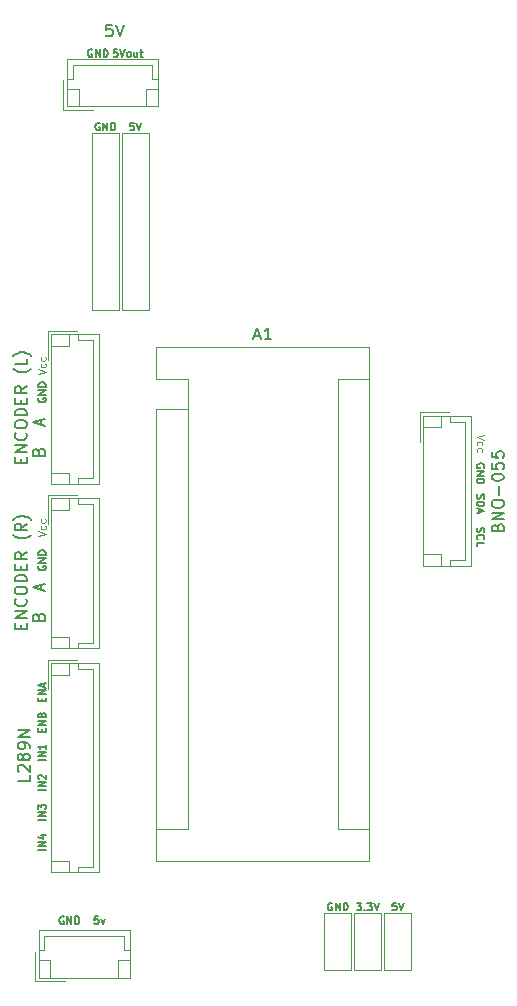
<source format=gbr>
G04 #@! TF.GenerationSoftware,KiCad,Pcbnew,(5.1.4)-1*
G04 #@! TF.CreationDate,2020-02-11T18:39:35-06:00*
G04 #@! TF.ProjectId,ArduinoBreakoutboardControl,41726475-696e-46f4-9272-65616b6f7574,rev?*
G04 #@! TF.SameCoordinates,Original*
G04 #@! TF.FileFunction,Legend,Top*
G04 #@! TF.FilePolarity,Positive*
%FSLAX46Y46*%
G04 Gerber Fmt 4.6, Leading zero omitted, Abs format (unit mm)*
G04 Created by KiCad (PCBNEW (5.1.4)-1) date 2020-02-11 18:39:35*
%MOMM*%
%LPD*%
G04 APERTURE LIST*
%ADD10C,0.150000*%
%ADD11C,0.125000*%
%ADD12C,0.120000*%
G04 APERTURE END LIST*
D10*
X137311190Y-42608500D02*
X137250714Y-42578261D01*
X137160000Y-42578261D01*
X137069285Y-42608500D01*
X137008809Y-42668976D01*
X136978571Y-42729452D01*
X136948333Y-42850404D01*
X136948333Y-42941119D01*
X136978571Y-43062071D01*
X137008809Y-43122547D01*
X137069285Y-43183023D01*
X137160000Y-43213261D01*
X137220476Y-43213261D01*
X137311190Y-43183023D01*
X137341428Y-43152785D01*
X137341428Y-42941119D01*
X137220476Y-42941119D01*
X137613571Y-43213261D02*
X137613571Y-42578261D01*
X137976428Y-43213261D01*
X137976428Y-42578261D01*
X138278809Y-43213261D02*
X138278809Y-42578261D01*
X138430000Y-42578261D01*
X138520714Y-42608500D01*
X138581190Y-42668976D01*
X138611428Y-42729452D01*
X138641666Y-42850404D01*
X138641666Y-42941119D01*
X138611428Y-43062071D01*
X138581190Y-43122547D01*
X138520714Y-43183023D01*
X138430000Y-43213261D01*
X138278809Y-43213261D01*
X139458095Y-42578261D02*
X139155714Y-42578261D01*
X139125476Y-42880642D01*
X139155714Y-42850404D01*
X139216190Y-42820166D01*
X139367380Y-42820166D01*
X139427857Y-42850404D01*
X139458095Y-42880642D01*
X139488333Y-42941119D01*
X139488333Y-43092309D01*
X139458095Y-43152785D01*
X139427857Y-43183023D01*
X139367380Y-43213261D01*
X139216190Y-43213261D01*
X139155714Y-43183023D01*
X139125476Y-43152785D01*
X139669761Y-42578261D02*
X139881428Y-43213261D01*
X140093095Y-42578261D01*
X140395476Y-43213261D02*
X140335000Y-43183023D01*
X140304761Y-43152785D01*
X140274523Y-43092309D01*
X140274523Y-42910880D01*
X140304761Y-42850404D01*
X140335000Y-42820166D01*
X140395476Y-42789928D01*
X140486190Y-42789928D01*
X140546666Y-42820166D01*
X140576904Y-42850404D01*
X140607142Y-42910880D01*
X140607142Y-43092309D01*
X140576904Y-43152785D01*
X140546666Y-43183023D01*
X140486190Y-43213261D01*
X140395476Y-43213261D01*
X141151428Y-42789928D02*
X141151428Y-43213261D01*
X140879285Y-42789928D02*
X140879285Y-43122547D01*
X140909523Y-43183023D01*
X140970000Y-43213261D01*
X141060714Y-43213261D01*
X141121190Y-43183023D01*
X141151428Y-43152785D01*
X141363095Y-42789928D02*
X141605000Y-42789928D01*
X141453809Y-42578261D02*
X141453809Y-43122547D01*
X141484047Y-43183023D01*
X141544523Y-43213261D01*
X141605000Y-43213261D01*
X169922976Y-83064047D02*
X169892738Y-83154761D01*
X169892738Y-83305952D01*
X169922976Y-83366428D01*
X169953214Y-83396666D01*
X170013690Y-83426904D01*
X170074166Y-83426904D01*
X170134642Y-83396666D01*
X170164880Y-83366428D01*
X170195119Y-83305952D01*
X170225357Y-83185000D01*
X170255595Y-83124523D01*
X170285833Y-83094285D01*
X170346309Y-83064047D01*
X170406785Y-83064047D01*
X170467261Y-83094285D01*
X170497500Y-83124523D01*
X170527738Y-83185000D01*
X170527738Y-83336190D01*
X170497500Y-83426904D01*
X169953214Y-84061904D02*
X169922976Y-84031666D01*
X169892738Y-83940952D01*
X169892738Y-83880476D01*
X169922976Y-83789761D01*
X169983452Y-83729285D01*
X170043928Y-83699047D01*
X170164880Y-83668809D01*
X170255595Y-83668809D01*
X170376547Y-83699047D01*
X170437023Y-83729285D01*
X170497500Y-83789761D01*
X170527738Y-83880476D01*
X170527738Y-83940952D01*
X170497500Y-84031666D01*
X170467261Y-84061904D01*
X169892738Y-84636428D02*
X169892738Y-84334047D01*
X170527738Y-84334047D01*
X169922976Y-80254928D02*
X169892738Y-80345642D01*
X169892738Y-80496833D01*
X169922976Y-80557309D01*
X169953214Y-80587547D01*
X170013690Y-80617785D01*
X170074166Y-80617785D01*
X170134642Y-80587547D01*
X170164880Y-80557309D01*
X170195119Y-80496833D01*
X170225357Y-80375880D01*
X170255595Y-80315404D01*
X170285833Y-80285166D01*
X170346309Y-80254928D01*
X170406785Y-80254928D01*
X170467261Y-80285166D01*
X170497500Y-80315404D01*
X170527738Y-80375880D01*
X170527738Y-80527071D01*
X170497500Y-80617785D01*
X169892738Y-80889928D02*
X170527738Y-80889928D01*
X170527738Y-81041119D01*
X170497500Y-81131833D01*
X170437023Y-81192309D01*
X170376547Y-81222547D01*
X170255595Y-81252785D01*
X170164880Y-81252785D01*
X170043928Y-81222547D01*
X169983452Y-81192309D01*
X169922976Y-81131833D01*
X169892738Y-81041119D01*
X169892738Y-80889928D01*
X170074166Y-81494690D02*
X170074166Y-81797071D01*
X169892738Y-81434214D02*
X170527738Y-81645880D01*
X169892738Y-81857547D01*
X132770571Y-76636571D02*
X132818190Y-76493714D01*
X132865809Y-76446095D01*
X132961047Y-76398476D01*
X133103904Y-76398476D01*
X133199142Y-76446095D01*
X133246761Y-76493714D01*
X133294380Y-76588952D01*
X133294380Y-76969904D01*
X132294380Y-76969904D01*
X132294380Y-76636571D01*
X132342000Y-76541333D01*
X132389619Y-76493714D01*
X132484857Y-76446095D01*
X132580095Y-76446095D01*
X132675333Y-76493714D01*
X132722952Y-76541333D01*
X132770571Y-76636571D01*
X132770571Y-76969904D01*
X133008666Y-74406095D02*
X133008666Y-73929904D01*
X133294380Y-74501333D02*
X132294380Y-74168000D01*
X133294380Y-73834666D01*
X132770571Y-90606571D02*
X132818190Y-90463714D01*
X132865809Y-90416095D01*
X132961047Y-90368476D01*
X133103904Y-90368476D01*
X133199142Y-90416095D01*
X133246761Y-90463714D01*
X133294380Y-90558952D01*
X133294380Y-90939904D01*
X132294380Y-90939904D01*
X132294380Y-90606571D01*
X132342000Y-90511333D01*
X132389619Y-90463714D01*
X132484857Y-90416095D01*
X132580095Y-90416095D01*
X132675333Y-90463714D01*
X132722952Y-90511333D01*
X132770571Y-90606571D01*
X132770571Y-90939904D01*
X133008666Y-88376095D02*
X133008666Y-87899904D01*
X133294380Y-88471333D02*
X132294380Y-88138000D01*
X133294380Y-87804666D01*
X133383261Y-110363000D02*
X132748261Y-110363000D01*
X133383261Y-110060619D02*
X132748261Y-110060619D01*
X133383261Y-109697761D01*
X132748261Y-109697761D01*
X132959928Y-109123238D02*
X133383261Y-109123238D01*
X132718023Y-109274428D02*
X133171595Y-109425619D01*
X133171595Y-109032523D01*
X133383261Y-107823000D02*
X132748261Y-107823000D01*
X133383261Y-107520619D02*
X132748261Y-107520619D01*
X133383261Y-107157761D01*
X132748261Y-107157761D01*
X132748261Y-106915857D02*
X132748261Y-106522761D01*
X132990166Y-106734428D01*
X132990166Y-106643714D01*
X133020404Y-106583238D01*
X133050642Y-106553000D01*
X133111119Y-106522761D01*
X133262309Y-106522761D01*
X133322785Y-106553000D01*
X133353023Y-106583238D01*
X133383261Y-106643714D01*
X133383261Y-106825142D01*
X133353023Y-106885619D01*
X133322785Y-106915857D01*
X133383261Y-105283000D02*
X132748261Y-105283000D01*
X133383261Y-104980619D02*
X132748261Y-104980619D01*
X133383261Y-104617761D01*
X132748261Y-104617761D01*
X132808738Y-104345619D02*
X132778500Y-104315380D01*
X132748261Y-104254904D01*
X132748261Y-104103714D01*
X132778500Y-104043238D01*
X132808738Y-104013000D01*
X132869214Y-103982761D01*
X132929690Y-103982761D01*
X133020404Y-104013000D01*
X133383261Y-104375857D01*
X133383261Y-103982761D01*
X133383261Y-102743000D02*
X132748261Y-102743000D01*
X133383261Y-102440619D02*
X132748261Y-102440619D01*
X133383261Y-102077761D01*
X132748261Y-102077761D01*
X133383261Y-101442761D02*
X133383261Y-101805619D01*
X133383261Y-101624190D02*
X132748261Y-101624190D01*
X132838976Y-101684666D01*
X132899452Y-101745142D01*
X132929690Y-101805619D01*
X133050642Y-100354190D02*
X133050642Y-100142523D01*
X133383261Y-100051809D02*
X133383261Y-100354190D01*
X132748261Y-100354190D01*
X132748261Y-100051809D01*
X133383261Y-99779666D02*
X132748261Y-99779666D01*
X133383261Y-99416809D01*
X132748261Y-99416809D01*
X133050642Y-98902761D02*
X133080880Y-98812047D01*
X133111119Y-98781809D01*
X133171595Y-98751571D01*
X133262309Y-98751571D01*
X133322785Y-98781809D01*
X133353023Y-98812047D01*
X133383261Y-98872523D01*
X133383261Y-99114428D01*
X132748261Y-99114428D01*
X132748261Y-98902761D01*
X132778500Y-98842285D01*
X132808738Y-98812047D01*
X132869214Y-98781809D01*
X132929690Y-98781809D01*
X132990166Y-98812047D01*
X133020404Y-98842285D01*
X133050642Y-98902761D01*
X133050642Y-99114428D01*
X133050642Y-97768833D02*
X133050642Y-97557166D01*
X133383261Y-97466452D02*
X133383261Y-97768833D01*
X132748261Y-97768833D01*
X132748261Y-97466452D01*
X133383261Y-97194309D02*
X132748261Y-97194309D01*
X133383261Y-96831452D01*
X132748261Y-96831452D01*
X133201833Y-96559309D02*
X133201833Y-96256928D01*
X133383261Y-96619785D02*
X132748261Y-96408119D01*
X133383261Y-96196452D01*
D11*
X132748261Y-83813952D02*
X133383261Y-83602285D01*
X132748261Y-83390619D01*
X133353023Y-82906809D02*
X133383261Y-82967285D01*
X133383261Y-83088238D01*
X133353023Y-83148714D01*
X133322785Y-83178952D01*
X133262309Y-83209190D01*
X133080880Y-83209190D01*
X133020404Y-83178952D01*
X132990166Y-83148714D01*
X132959928Y-83088238D01*
X132959928Y-82967285D01*
X132990166Y-82906809D01*
X133353023Y-82362523D02*
X133383261Y-82423000D01*
X133383261Y-82543952D01*
X133353023Y-82604428D01*
X133322785Y-82634666D01*
X133262309Y-82664904D01*
X133080880Y-82664904D01*
X133020404Y-82634666D01*
X132990166Y-82604428D01*
X132959928Y-82543952D01*
X132959928Y-82423000D01*
X132990166Y-82362523D01*
X132748261Y-70097952D02*
X133383261Y-69886285D01*
X132748261Y-69674619D01*
X133353023Y-69190809D02*
X133383261Y-69251285D01*
X133383261Y-69372238D01*
X133353023Y-69432714D01*
X133322785Y-69462952D01*
X133262309Y-69493190D01*
X133080880Y-69493190D01*
X133020404Y-69462952D01*
X132990166Y-69432714D01*
X132959928Y-69372238D01*
X132959928Y-69251285D01*
X132990166Y-69190809D01*
X133353023Y-68646523D02*
X133383261Y-68707000D01*
X133383261Y-68827952D01*
X133353023Y-68888428D01*
X133322785Y-68918666D01*
X133262309Y-68948904D01*
X133080880Y-68948904D01*
X133020404Y-68918666D01*
X132990166Y-68888428D01*
X132959928Y-68827952D01*
X132959928Y-68707000D01*
X132990166Y-68646523D01*
X170527738Y-75190047D02*
X169892738Y-75401714D01*
X170527738Y-75613380D01*
X169922976Y-76097190D02*
X169892738Y-76036714D01*
X169892738Y-75915761D01*
X169922976Y-75855285D01*
X169953214Y-75825047D01*
X170013690Y-75794809D01*
X170195119Y-75794809D01*
X170255595Y-75825047D01*
X170285833Y-75855285D01*
X170316071Y-75915761D01*
X170316071Y-76036714D01*
X170285833Y-76097190D01*
X169922976Y-76641476D02*
X169892738Y-76581000D01*
X169892738Y-76460047D01*
X169922976Y-76399571D01*
X169953214Y-76369333D01*
X170013690Y-76339095D01*
X170195119Y-76339095D01*
X170255595Y-76369333D01*
X170285833Y-76399571D01*
X170316071Y-76460047D01*
X170316071Y-76581000D01*
X170285833Y-76641476D01*
D10*
X170497500Y-78002190D02*
X170527738Y-77941714D01*
X170527738Y-77851000D01*
X170497500Y-77760285D01*
X170437023Y-77699809D01*
X170376547Y-77669571D01*
X170255595Y-77639333D01*
X170164880Y-77639333D01*
X170043928Y-77669571D01*
X169983452Y-77699809D01*
X169922976Y-77760285D01*
X169892738Y-77851000D01*
X169892738Y-77911476D01*
X169922976Y-78002190D01*
X169953214Y-78032428D01*
X170164880Y-78032428D01*
X170164880Y-77911476D01*
X169892738Y-78304571D02*
X170527738Y-78304571D01*
X169892738Y-78667428D01*
X170527738Y-78667428D01*
X169892738Y-78969809D02*
X170527738Y-78969809D01*
X170527738Y-79121000D01*
X170497500Y-79211714D01*
X170437023Y-79272190D01*
X170376547Y-79302428D01*
X170255595Y-79332666D01*
X170164880Y-79332666D01*
X170043928Y-79302428D01*
X169983452Y-79272190D01*
X169922976Y-79211714D01*
X169892738Y-79121000D01*
X169892738Y-78969809D01*
X134898190Y-116014500D02*
X134837714Y-115984261D01*
X134747000Y-115984261D01*
X134656285Y-116014500D01*
X134595809Y-116074976D01*
X134565571Y-116135452D01*
X134535333Y-116256404D01*
X134535333Y-116347119D01*
X134565571Y-116468071D01*
X134595809Y-116528547D01*
X134656285Y-116589023D01*
X134747000Y-116619261D01*
X134807476Y-116619261D01*
X134898190Y-116589023D01*
X134928428Y-116558785D01*
X134928428Y-116347119D01*
X134807476Y-116347119D01*
X135200571Y-116619261D02*
X135200571Y-115984261D01*
X135563428Y-116619261D01*
X135563428Y-115984261D01*
X135865809Y-116619261D02*
X135865809Y-115984261D01*
X136017000Y-115984261D01*
X136107714Y-116014500D01*
X136168190Y-116074976D01*
X136198428Y-116135452D01*
X136228666Y-116256404D01*
X136228666Y-116347119D01*
X136198428Y-116468071D01*
X136168190Y-116528547D01*
X136107714Y-116589023D01*
X136017000Y-116619261D01*
X135865809Y-116619261D01*
X132778500Y-86335809D02*
X132748261Y-86396285D01*
X132748261Y-86487000D01*
X132778500Y-86577714D01*
X132838976Y-86638190D01*
X132899452Y-86668428D01*
X133020404Y-86698666D01*
X133111119Y-86698666D01*
X133232071Y-86668428D01*
X133292547Y-86638190D01*
X133353023Y-86577714D01*
X133383261Y-86487000D01*
X133383261Y-86426523D01*
X133353023Y-86335809D01*
X133322785Y-86305571D01*
X133111119Y-86305571D01*
X133111119Y-86426523D01*
X133383261Y-86033428D02*
X132748261Y-86033428D01*
X133383261Y-85670571D01*
X132748261Y-85670571D01*
X133383261Y-85368190D02*
X132748261Y-85368190D01*
X132748261Y-85217000D01*
X132778500Y-85126285D01*
X132838976Y-85065809D01*
X132899452Y-85035571D01*
X133020404Y-85005333D01*
X133111119Y-85005333D01*
X133232071Y-85035571D01*
X133292547Y-85065809D01*
X133353023Y-85126285D01*
X133383261Y-85217000D01*
X133383261Y-85368190D01*
X132778500Y-72111809D02*
X132748261Y-72172285D01*
X132748261Y-72263000D01*
X132778500Y-72353714D01*
X132838976Y-72414190D01*
X132899452Y-72444428D01*
X133020404Y-72474666D01*
X133111119Y-72474666D01*
X133232071Y-72444428D01*
X133292547Y-72414190D01*
X133353023Y-72353714D01*
X133383261Y-72263000D01*
X133383261Y-72202523D01*
X133353023Y-72111809D01*
X133322785Y-72081571D01*
X133111119Y-72081571D01*
X133111119Y-72202523D01*
X133383261Y-71809428D02*
X132748261Y-71809428D01*
X133383261Y-71446571D01*
X132748261Y-71446571D01*
X133383261Y-71144190D02*
X132748261Y-71144190D01*
X132748261Y-70993000D01*
X132778500Y-70902285D01*
X132838976Y-70841809D01*
X132899452Y-70811571D01*
X133020404Y-70781333D01*
X133111119Y-70781333D01*
X133232071Y-70811571D01*
X133292547Y-70841809D01*
X133353023Y-70902285D01*
X133383261Y-70993000D01*
X133383261Y-71144190D01*
X159717619Y-114841261D02*
X160110714Y-114841261D01*
X159899047Y-115083166D01*
X159989761Y-115083166D01*
X160050238Y-115113404D01*
X160080476Y-115143642D01*
X160110714Y-115204119D01*
X160110714Y-115355309D01*
X160080476Y-115415785D01*
X160050238Y-115446023D01*
X159989761Y-115476261D01*
X159808333Y-115476261D01*
X159747857Y-115446023D01*
X159717619Y-115415785D01*
X160382857Y-115415785D02*
X160413095Y-115446023D01*
X160382857Y-115476261D01*
X160352619Y-115446023D01*
X160382857Y-115415785D01*
X160382857Y-115476261D01*
X160624761Y-114841261D02*
X161017857Y-114841261D01*
X160806190Y-115083166D01*
X160896904Y-115083166D01*
X160957380Y-115113404D01*
X160987619Y-115143642D01*
X161017857Y-115204119D01*
X161017857Y-115355309D01*
X160987619Y-115415785D01*
X160957380Y-115446023D01*
X160896904Y-115476261D01*
X160715476Y-115476261D01*
X160655000Y-115446023D01*
X160624761Y-115415785D01*
X161199285Y-114841261D02*
X161410952Y-115476261D01*
X161622619Y-114841261D01*
D12*
X156972000Y-115697000D02*
X159258000Y-115697000D01*
X156972000Y-120523000D02*
X156972000Y-115697000D01*
X159258000Y-120523000D02*
X156972000Y-120523000D01*
X159258000Y-115697000D02*
X159258000Y-120523000D01*
D10*
X140849047Y-48801261D02*
X140546666Y-48801261D01*
X140516428Y-49103642D01*
X140546666Y-49073404D01*
X140607142Y-49043166D01*
X140758333Y-49043166D01*
X140818809Y-49073404D01*
X140849047Y-49103642D01*
X140879285Y-49164119D01*
X140879285Y-49315309D01*
X140849047Y-49375785D01*
X140818809Y-49406023D01*
X140758333Y-49436261D01*
X140607142Y-49436261D01*
X140546666Y-49406023D01*
X140516428Y-49375785D01*
X141060714Y-48801261D02*
X141272380Y-49436261D01*
X141484047Y-48801261D01*
X137946190Y-48831500D02*
X137885714Y-48801261D01*
X137795000Y-48801261D01*
X137704285Y-48831500D01*
X137643809Y-48891976D01*
X137613571Y-48952452D01*
X137583333Y-49073404D01*
X137583333Y-49164119D01*
X137613571Y-49285071D01*
X137643809Y-49345547D01*
X137704285Y-49406023D01*
X137795000Y-49436261D01*
X137855476Y-49436261D01*
X137946190Y-49406023D01*
X137976428Y-49375785D01*
X137976428Y-49164119D01*
X137855476Y-49164119D01*
X138248571Y-49436261D02*
X138248571Y-48801261D01*
X138611428Y-49436261D01*
X138611428Y-48801261D01*
X138913809Y-49436261D02*
X138913809Y-48801261D01*
X139065000Y-48801261D01*
X139155714Y-48831500D01*
X139216190Y-48891976D01*
X139246428Y-48952452D01*
X139276666Y-49073404D01*
X139276666Y-49164119D01*
X139246428Y-49285071D01*
X139216190Y-49345547D01*
X139155714Y-49406023D01*
X139065000Y-49436261D01*
X138913809Y-49436261D01*
X163074047Y-114841261D02*
X162771666Y-114841261D01*
X162741428Y-115143642D01*
X162771666Y-115113404D01*
X162832142Y-115083166D01*
X162983333Y-115083166D01*
X163043809Y-115113404D01*
X163074047Y-115143642D01*
X163104285Y-115204119D01*
X163104285Y-115355309D01*
X163074047Y-115415785D01*
X163043809Y-115446023D01*
X162983333Y-115476261D01*
X162832142Y-115476261D01*
X162771666Y-115446023D01*
X162741428Y-115415785D01*
X163285714Y-114841261D02*
X163497380Y-115476261D01*
X163709047Y-114841261D01*
X157631190Y-114871500D02*
X157570714Y-114841261D01*
X157480000Y-114841261D01*
X157389285Y-114871500D01*
X157328809Y-114931976D01*
X157298571Y-114992452D01*
X157268333Y-115113404D01*
X157268333Y-115204119D01*
X157298571Y-115325071D01*
X157328809Y-115385547D01*
X157389285Y-115446023D01*
X157480000Y-115476261D01*
X157540476Y-115476261D01*
X157631190Y-115446023D01*
X157661428Y-115415785D01*
X157661428Y-115204119D01*
X157540476Y-115204119D01*
X157933571Y-115476261D02*
X157933571Y-114841261D01*
X158296428Y-115476261D01*
X158296428Y-114841261D01*
X158598809Y-115476261D02*
X158598809Y-114841261D01*
X158750000Y-114841261D01*
X158840714Y-114871500D01*
X158901190Y-114931976D01*
X158931428Y-114992452D01*
X158961666Y-115113404D01*
X158961666Y-115204119D01*
X158931428Y-115325071D01*
X158901190Y-115385547D01*
X158840714Y-115446023D01*
X158750000Y-115476261D01*
X158598809Y-115476261D01*
D12*
X159512000Y-120523000D02*
X159512000Y-120396000D01*
X161798000Y-120523000D02*
X159512000Y-120523000D01*
X159512000Y-115697000D02*
X159512000Y-120396000D01*
X161798000Y-115697000D02*
X159512000Y-115697000D01*
X161798000Y-120523000D02*
X161798000Y-115697000D01*
X162052000Y-115697000D02*
X162052000Y-120523000D01*
X164338000Y-115697000D02*
X162052000Y-115697000D01*
X164338000Y-120523000D02*
X164338000Y-115697000D01*
X162052000Y-120523000D02*
X164338000Y-120523000D01*
X142113000Y-49657000D02*
X139827000Y-49657000D01*
X142113000Y-49784000D02*
X142113000Y-49657000D01*
X142113000Y-64643000D02*
X142113000Y-49784000D01*
X141986000Y-64643000D02*
X142113000Y-64643000D01*
X139827000Y-64643000D02*
X141986000Y-64643000D01*
X139827000Y-49657000D02*
X139827000Y-64643000D01*
X139573000Y-64643000D02*
X139573000Y-49657000D01*
X137287000Y-64643000D02*
X139573000Y-64643000D01*
X137287000Y-49657000D02*
X137287000Y-64643000D01*
X139573000Y-49657000D02*
X137287000Y-49657000D01*
X133534000Y-80275000D02*
X133534000Y-82775000D01*
X136034000Y-80275000D02*
X133534000Y-80275000D01*
X135334000Y-92295000D02*
X133834000Y-92295000D01*
X135334000Y-93295000D02*
X135334000Y-92295000D01*
X135334000Y-81575000D02*
X133834000Y-81575000D01*
X135334000Y-80575000D02*
X135334000Y-81575000D01*
X136144000Y-92795000D02*
X136144000Y-93295000D01*
X137354000Y-92795000D02*
X136144000Y-92795000D01*
X137354000Y-81075000D02*
X137354000Y-92795000D01*
X136144000Y-81075000D02*
X137354000Y-81075000D01*
X136144000Y-80575000D02*
X136144000Y-81075000D01*
X137854000Y-93295000D02*
X137854000Y-80575000D01*
X133834000Y-93295000D02*
X137854000Y-93295000D01*
X133834000Y-80575000D02*
X133834000Y-93295000D01*
X137854000Y-80575000D02*
X133834000Y-80575000D01*
X160785000Y-67815000D02*
X142745000Y-67815000D01*
X160785000Y-111255000D02*
X160785000Y-67815000D01*
X142745000Y-111255000D02*
X160785000Y-111255000D01*
X145415000Y-108585000D02*
X142745000Y-108585000D01*
X145415000Y-73025000D02*
X145415000Y-108585000D01*
X145415000Y-73025000D02*
X142745000Y-73025000D01*
X158115000Y-108585000D02*
X160785000Y-108585000D01*
X158115000Y-70485000D02*
X158115000Y-108585000D01*
X158115000Y-70485000D02*
X160785000Y-70485000D01*
X142745000Y-67815000D02*
X142745000Y-70485000D01*
X142745000Y-73025000D02*
X142745000Y-111255000D01*
X145415000Y-70485000D02*
X142745000Y-70485000D01*
X145415000Y-73025000D02*
X145415000Y-70485000D01*
X133534000Y-94245000D02*
X133534000Y-96745000D01*
X136034000Y-94245000D02*
X133534000Y-94245000D01*
X135334000Y-111265000D02*
X133834000Y-111265000D01*
X135334000Y-112265000D02*
X135334000Y-111265000D01*
X135334000Y-95545000D02*
X133834000Y-95545000D01*
X135334000Y-94545000D02*
X135334000Y-95545000D01*
X136144000Y-111765000D02*
X136144000Y-112265000D01*
X137354000Y-111765000D02*
X136144000Y-111765000D01*
X137354000Y-95045000D02*
X137354000Y-111765000D01*
X136144000Y-95045000D02*
X137354000Y-95045000D01*
X136144000Y-94545000D02*
X136144000Y-95045000D01*
X137854000Y-112265000D02*
X137854000Y-94545000D01*
X133834000Y-112265000D02*
X137854000Y-112265000D01*
X133834000Y-94545000D02*
X133834000Y-112265000D01*
X137854000Y-94545000D02*
X133834000Y-94545000D01*
X132472000Y-121482000D02*
X134972000Y-121482000D01*
X132472000Y-118982000D02*
X132472000Y-121482000D01*
X139492000Y-119682000D02*
X139492000Y-121182000D01*
X140492000Y-119682000D02*
X139492000Y-119682000D01*
X133772000Y-119682000D02*
X133772000Y-121182000D01*
X132772000Y-119682000D02*
X133772000Y-119682000D01*
X139992000Y-118872000D02*
X140492000Y-118872000D01*
X139992000Y-117662000D02*
X139992000Y-118872000D01*
X133272000Y-117662000D02*
X139992000Y-117662000D01*
X133272000Y-118872000D02*
X133272000Y-117662000D01*
X132772000Y-118872000D02*
X133272000Y-118872000D01*
X140492000Y-117162000D02*
X132772000Y-117162000D01*
X140492000Y-121182000D02*
X140492000Y-117162000D01*
X132772000Y-121182000D02*
X140492000Y-121182000D01*
X132772000Y-117162000D02*
X132772000Y-121182000D01*
X165030000Y-73290000D02*
X165030000Y-75790000D01*
X167530000Y-73290000D02*
X165030000Y-73290000D01*
X166830000Y-85310000D02*
X165330000Y-85310000D01*
X166830000Y-86310000D02*
X166830000Y-85310000D01*
X166830000Y-74590000D02*
X165330000Y-74590000D01*
X166830000Y-73590000D02*
X166830000Y-74590000D01*
X167640000Y-85810000D02*
X167640000Y-86310000D01*
X168850000Y-85810000D02*
X167640000Y-85810000D01*
X168850000Y-74090000D02*
X168850000Y-85810000D01*
X167640000Y-74090000D02*
X168850000Y-74090000D01*
X167640000Y-73590000D02*
X167640000Y-74090000D01*
X169350000Y-86310000D02*
X169350000Y-73590000D01*
X165330000Y-86310000D02*
X169350000Y-86310000D01*
X165330000Y-73590000D02*
X165330000Y-86310000D01*
X169350000Y-73590000D02*
X165330000Y-73590000D01*
X133534000Y-66385000D02*
X133534000Y-68885000D01*
X136034000Y-66385000D02*
X133534000Y-66385000D01*
X135334000Y-78405000D02*
X133834000Y-78405000D01*
X135334000Y-79405000D02*
X135334000Y-78405000D01*
X135334000Y-67685000D02*
X133834000Y-67685000D01*
X135334000Y-66685000D02*
X135334000Y-67685000D01*
X136144000Y-78905000D02*
X136144000Y-79405000D01*
X137354000Y-78905000D02*
X136144000Y-78905000D01*
X137354000Y-67185000D02*
X137354000Y-78905000D01*
X136144000Y-67185000D02*
X137354000Y-67185000D01*
X136144000Y-66685000D02*
X136144000Y-67185000D01*
X137854000Y-79405000D02*
X137854000Y-66685000D01*
X133834000Y-79405000D02*
X137854000Y-79405000D01*
X133834000Y-66685000D02*
X133834000Y-79405000D01*
X137854000Y-66685000D02*
X133834000Y-66685000D01*
X134885000Y-47695000D02*
X137385000Y-47695000D01*
X134885000Y-45195000D02*
X134885000Y-47695000D01*
X141905000Y-45895000D02*
X141905000Y-47395000D01*
X142905000Y-45895000D02*
X141905000Y-45895000D01*
X136185000Y-45895000D02*
X136185000Y-47395000D01*
X135185000Y-45895000D02*
X136185000Y-45895000D01*
X142405000Y-45085000D02*
X142905000Y-45085000D01*
X142405000Y-43875000D02*
X142405000Y-45085000D01*
X135685000Y-43875000D02*
X142405000Y-43875000D01*
X135685000Y-45085000D02*
X135685000Y-43875000D01*
X135185000Y-45085000D02*
X135685000Y-45085000D01*
X142905000Y-43375000D02*
X135185000Y-43375000D01*
X142905000Y-47395000D02*
X142905000Y-43375000D01*
X135185000Y-47395000D02*
X142905000Y-47395000D01*
X135185000Y-43375000D02*
X135185000Y-47395000D01*
D10*
X131246571Y-91629904D02*
X131246571Y-91296571D01*
X131770380Y-91153714D02*
X131770380Y-91629904D01*
X130770380Y-91629904D01*
X130770380Y-91153714D01*
X131770380Y-90725142D02*
X130770380Y-90725142D01*
X131770380Y-90153714D01*
X130770380Y-90153714D01*
X131675142Y-89106095D02*
X131722761Y-89153714D01*
X131770380Y-89296571D01*
X131770380Y-89391809D01*
X131722761Y-89534666D01*
X131627523Y-89629904D01*
X131532285Y-89677523D01*
X131341809Y-89725142D01*
X131198952Y-89725142D01*
X131008476Y-89677523D01*
X130913238Y-89629904D01*
X130818000Y-89534666D01*
X130770380Y-89391809D01*
X130770380Y-89296571D01*
X130818000Y-89153714D01*
X130865619Y-89106095D01*
X130770380Y-88487047D02*
X130770380Y-88296571D01*
X130818000Y-88201333D01*
X130913238Y-88106095D01*
X131103714Y-88058476D01*
X131437047Y-88058476D01*
X131627523Y-88106095D01*
X131722761Y-88201333D01*
X131770380Y-88296571D01*
X131770380Y-88487047D01*
X131722761Y-88582285D01*
X131627523Y-88677523D01*
X131437047Y-88725142D01*
X131103714Y-88725142D01*
X130913238Y-88677523D01*
X130818000Y-88582285D01*
X130770380Y-88487047D01*
X131770380Y-87629904D02*
X130770380Y-87629904D01*
X130770380Y-87391809D01*
X130818000Y-87248952D01*
X130913238Y-87153714D01*
X131008476Y-87106095D01*
X131198952Y-87058476D01*
X131341809Y-87058476D01*
X131532285Y-87106095D01*
X131627523Y-87153714D01*
X131722761Y-87248952D01*
X131770380Y-87391809D01*
X131770380Y-87629904D01*
X131246571Y-86629904D02*
X131246571Y-86296571D01*
X131770380Y-86153714D02*
X131770380Y-86629904D01*
X130770380Y-86629904D01*
X130770380Y-86153714D01*
X131770380Y-85153714D02*
X131294190Y-85487047D01*
X131770380Y-85725142D02*
X130770380Y-85725142D01*
X130770380Y-85344190D01*
X130818000Y-85248952D01*
X130865619Y-85201333D01*
X130960857Y-85153714D01*
X131103714Y-85153714D01*
X131198952Y-85201333D01*
X131246571Y-85248952D01*
X131294190Y-85344190D01*
X131294190Y-85725142D01*
X132151333Y-83677523D02*
X132103714Y-83725142D01*
X131960857Y-83820380D01*
X131865619Y-83868000D01*
X131722761Y-83915619D01*
X131484666Y-83963238D01*
X131294190Y-83963238D01*
X131056095Y-83915619D01*
X130913238Y-83868000D01*
X130818000Y-83820380D01*
X130675142Y-83725142D01*
X130627523Y-83677523D01*
X131770380Y-82725142D02*
X131294190Y-83058476D01*
X131770380Y-83296571D02*
X130770380Y-83296571D01*
X130770380Y-82915619D01*
X130818000Y-82820380D01*
X130865619Y-82772761D01*
X130960857Y-82725142D01*
X131103714Y-82725142D01*
X131198952Y-82772761D01*
X131246571Y-82820380D01*
X131294190Y-82915619D01*
X131294190Y-83296571D01*
X132151333Y-82391809D02*
X132103714Y-82344190D01*
X131960857Y-82248952D01*
X131865619Y-82201333D01*
X131722761Y-82153714D01*
X131484666Y-82106095D01*
X131294190Y-82106095D01*
X131056095Y-82153714D01*
X130913238Y-82201333D01*
X130818000Y-82248952D01*
X130675142Y-82344190D01*
X130627523Y-82391809D01*
X151050714Y-66841666D02*
X151526904Y-66841666D01*
X150955476Y-67127380D02*
X151288809Y-66127380D01*
X151622142Y-67127380D01*
X152479285Y-67127380D02*
X151907857Y-67127380D01*
X152193571Y-67127380D02*
X152193571Y-66127380D01*
X152098333Y-66270238D01*
X152003095Y-66365476D01*
X151907857Y-66413095D01*
X132024380Y-104004857D02*
X132024380Y-104481047D01*
X131024380Y-104481047D01*
X131119619Y-103719142D02*
X131072000Y-103671523D01*
X131024380Y-103576285D01*
X131024380Y-103338190D01*
X131072000Y-103242952D01*
X131119619Y-103195333D01*
X131214857Y-103147714D01*
X131310095Y-103147714D01*
X131452952Y-103195333D01*
X132024380Y-103766761D01*
X132024380Y-103147714D01*
X131452952Y-102576285D02*
X131405333Y-102671523D01*
X131357714Y-102719142D01*
X131262476Y-102766761D01*
X131214857Y-102766761D01*
X131119619Y-102719142D01*
X131072000Y-102671523D01*
X131024380Y-102576285D01*
X131024380Y-102385809D01*
X131072000Y-102290571D01*
X131119619Y-102242952D01*
X131214857Y-102195333D01*
X131262476Y-102195333D01*
X131357714Y-102242952D01*
X131405333Y-102290571D01*
X131452952Y-102385809D01*
X131452952Y-102576285D01*
X131500571Y-102671523D01*
X131548190Y-102719142D01*
X131643428Y-102766761D01*
X131833904Y-102766761D01*
X131929142Y-102719142D01*
X131976761Y-102671523D01*
X132024380Y-102576285D01*
X132024380Y-102385809D01*
X131976761Y-102290571D01*
X131929142Y-102242952D01*
X131833904Y-102195333D01*
X131643428Y-102195333D01*
X131548190Y-102242952D01*
X131500571Y-102290571D01*
X131452952Y-102385809D01*
X132024380Y-101719142D02*
X132024380Y-101528666D01*
X131976761Y-101433428D01*
X131929142Y-101385809D01*
X131786285Y-101290571D01*
X131595809Y-101242952D01*
X131214857Y-101242952D01*
X131119619Y-101290571D01*
X131072000Y-101338190D01*
X131024380Y-101433428D01*
X131024380Y-101623904D01*
X131072000Y-101719142D01*
X131119619Y-101766761D01*
X131214857Y-101814380D01*
X131452952Y-101814380D01*
X131548190Y-101766761D01*
X131595809Y-101719142D01*
X131643428Y-101623904D01*
X131643428Y-101433428D01*
X131595809Y-101338190D01*
X131548190Y-101290571D01*
X131452952Y-101242952D01*
X132024380Y-100814380D02*
X131024380Y-100814380D01*
X132024380Y-100242952D01*
X131024380Y-100242952D01*
X137831285Y-115984261D02*
X137528904Y-115984261D01*
X137498666Y-116286642D01*
X137528904Y-116256404D01*
X137589380Y-116226166D01*
X137740571Y-116226166D01*
X137801047Y-116256404D01*
X137831285Y-116286642D01*
X137861523Y-116347119D01*
X137861523Y-116498309D01*
X137831285Y-116558785D01*
X137801047Y-116589023D01*
X137740571Y-116619261D01*
X137589380Y-116619261D01*
X137528904Y-116589023D01*
X137498666Y-116558785D01*
X138073190Y-116195928D02*
X138224380Y-116619261D01*
X138375571Y-116195928D01*
X171632571Y-83033809D02*
X171680190Y-82890952D01*
X171727809Y-82843333D01*
X171823047Y-82795714D01*
X171965904Y-82795714D01*
X172061142Y-82843333D01*
X172108761Y-82890952D01*
X172156380Y-82986190D01*
X172156380Y-83367142D01*
X171156380Y-83367142D01*
X171156380Y-83033809D01*
X171204000Y-82938571D01*
X171251619Y-82890952D01*
X171346857Y-82843333D01*
X171442095Y-82843333D01*
X171537333Y-82890952D01*
X171584952Y-82938571D01*
X171632571Y-83033809D01*
X171632571Y-83367142D01*
X172156380Y-82367142D02*
X171156380Y-82367142D01*
X172156380Y-81795714D01*
X171156380Y-81795714D01*
X171156380Y-81129047D02*
X171156380Y-80938571D01*
X171204000Y-80843333D01*
X171299238Y-80748095D01*
X171489714Y-80700476D01*
X171823047Y-80700476D01*
X172013523Y-80748095D01*
X172108761Y-80843333D01*
X172156380Y-80938571D01*
X172156380Y-81129047D01*
X172108761Y-81224285D01*
X172013523Y-81319523D01*
X171823047Y-81367142D01*
X171489714Y-81367142D01*
X171299238Y-81319523D01*
X171204000Y-81224285D01*
X171156380Y-81129047D01*
X171775428Y-80271904D02*
X171775428Y-79510000D01*
X171156380Y-78843333D02*
X171156380Y-78748095D01*
X171204000Y-78652857D01*
X171251619Y-78605238D01*
X171346857Y-78557619D01*
X171537333Y-78510000D01*
X171775428Y-78510000D01*
X171965904Y-78557619D01*
X172061142Y-78605238D01*
X172108761Y-78652857D01*
X172156380Y-78748095D01*
X172156380Y-78843333D01*
X172108761Y-78938571D01*
X172061142Y-78986190D01*
X171965904Y-79033809D01*
X171775428Y-79081428D01*
X171537333Y-79081428D01*
X171346857Y-79033809D01*
X171251619Y-78986190D01*
X171204000Y-78938571D01*
X171156380Y-78843333D01*
X171156380Y-77605238D02*
X171156380Y-78081428D01*
X171632571Y-78129047D01*
X171584952Y-78081428D01*
X171537333Y-77986190D01*
X171537333Y-77748095D01*
X171584952Y-77652857D01*
X171632571Y-77605238D01*
X171727809Y-77557619D01*
X171965904Y-77557619D01*
X172061142Y-77605238D01*
X172108761Y-77652857D01*
X172156380Y-77748095D01*
X172156380Y-77986190D01*
X172108761Y-78081428D01*
X172061142Y-78129047D01*
X171156380Y-76652857D02*
X171156380Y-77129047D01*
X171632571Y-77176666D01*
X171584952Y-77129047D01*
X171537333Y-77033809D01*
X171537333Y-76795714D01*
X171584952Y-76700476D01*
X171632571Y-76652857D01*
X171727809Y-76605238D01*
X171965904Y-76605238D01*
X172061142Y-76652857D01*
X172108761Y-76700476D01*
X172156380Y-76795714D01*
X172156380Y-77033809D01*
X172108761Y-77129047D01*
X172061142Y-77176666D01*
X131246571Y-77564666D02*
X131246571Y-77231333D01*
X131770380Y-77088476D02*
X131770380Y-77564666D01*
X130770380Y-77564666D01*
X130770380Y-77088476D01*
X131770380Y-76659904D02*
X130770380Y-76659904D01*
X131770380Y-76088476D01*
X130770380Y-76088476D01*
X131675142Y-75040857D02*
X131722761Y-75088476D01*
X131770380Y-75231333D01*
X131770380Y-75326571D01*
X131722761Y-75469428D01*
X131627523Y-75564666D01*
X131532285Y-75612285D01*
X131341809Y-75659904D01*
X131198952Y-75659904D01*
X131008476Y-75612285D01*
X130913238Y-75564666D01*
X130818000Y-75469428D01*
X130770380Y-75326571D01*
X130770380Y-75231333D01*
X130818000Y-75088476D01*
X130865619Y-75040857D01*
X130770380Y-74421809D02*
X130770380Y-74231333D01*
X130818000Y-74136095D01*
X130913238Y-74040857D01*
X131103714Y-73993238D01*
X131437047Y-73993238D01*
X131627523Y-74040857D01*
X131722761Y-74136095D01*
X131770380Y-74231333D01*
X131770380Y-74421809D01*
X131722761Y-74517047D01*
X131627523Y-74612285D01*
X131437047Y-74659904D01*
X131103714Y-74659904D01*
X130913238Y-74612285D01*
X130818000Y-74517047D01*
X130770380Y-74421809D01*
X131770380Y-73564666D02*
X130770380Y-73564666D01*
X130770380Y-73326571D01*
X130818000Y-73183714D01*
X130913238Y-73088476D01*
X131008476Y-73040857D01*
X131198952Y-72993238D01*
X131341809Y-72993238D01*
X131532285Y-73040857D01*
X131627523Y-73088476D01*
X131722761Y-73183714D01*
X131770380Y-73326571D01*
X131770380Y-73564666D01*
X131246571Y-72564666D02*
X131246571Y-72231333D01*
X131770380Y-72088476D02*
X131770380Y-72564666D01*
X130770380Y-72564666D01*
X130770380Y-72088476D01*
X131770380Y-71088476D02*
X131294190Y-71421809D01*
X131770380Y-71659904D02*
X130770380Y-71659904D01*
X130770380Y-71278952D01*
X130818000Y-71183714D01*
X130865619Y-71136095D01*
X130960857Y-71088476D01*
X131103714Y-71088476D01*
X131198952Y-71136095D01*
X131246571Y-71183714D01*
X131294190Y-71278952D01*
X131294190Y-71659904D01*
X132151333Y-69612285D02*
X132103714Y-69659904D01*
X131960857Y-69755142D01*
X131865619Y-69802761D01*
X131722761Y-69850380D01*
X131484666Y-69898000D01*
X131294190Y-69898000D01*
X131056095Y-69850380D01*
X130913238Y-69802761D01*
X130818000Y-69755142D01*
X130675142Y-69659904D01*
X130627523Y-69612285D01*
X131770380Y-68755142D02*
X131770380Y-69231333D01*
X130770380Y-69231333D01*
X132151333Y-68517047D02*
X132103714Y-68469428D01*
X131960857Y-68374190D01*
X131865619Y-68326571D01*
X131722761Y-68278952D01*
X131484666Y-68231333D01*
X131294190Y-68231333D01*
X131056095Y-68278952D01*
X130913238Y-68326571D01*
X130818000Y-68374190D01*
X130675142Y-68469428D01*
X130627523Y-68517047D01*
X139001523Y-40473380D02*
X138525333Y-40473380D01*
X138477714Y-40949571D01*
X138525333Y-40901952D01*
X138620571Y-40854333D01*
X138858666Y-40854333D01*
X138953904Y-40901952D01*
X139001523Y-40949571D01*
X139049142Y-41044809D01*
X139049142Y-41282904D01*
X139001523Y-41378142D01*
X138953904Y-41425761D01*
X138858666Y-41473380D01*
X138620571Y-41473380D01*
X138525333Y-41425761D01*
X138477714Y-41378142D01*
X139334857Y-40473380D02*
X139668190Y-41473380D01*
X140001523Y-40473380D01*
M02*

</source>
